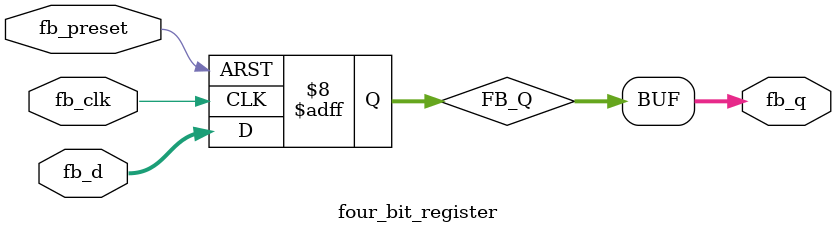
<source format=v>
/*
//build a single bit D-type flipflop 
module singlebit_Dflipflop
(
	input d, clk,		//define input d, clk
	output d_q//, d_qn	//define output d_q, d_qn
);


reg D_Q;
//reg D_QN;
assign d_q = D_Q;  
//assign d_qn = D_QN;

always @(posedge clk)	//define posedege clk as signal
	begin
		D_Q <= d;			//assign data to output q
//		D_QN <= !d;			//qn = !q
	end

endmodule
*/


//create four bit register
module four_bit_register
(
	fb_d, fb_clk, fb_preset, fb_q
);

//use parameters to create register
parameter bitwidth = 4;			//define the bitwidth which improve the flexibility to expand it to 8bit or more bits
parameter stu_num = 4'b0000;	//initialise student number 

//define input and output
input [bitwidth-1:0] fb_d; 			//define data input which consists of 4 bit binary numbers
input fb_clk, fb_preset;				//define clock and preset button
output [bitwidth-1:0] fb_q;			//define data output

integer i = 0;						//set a integer for 'for' loop

reg [bitwidth-1:0] FB_Q;

//use single bit D-type flipflop to transmit data separately 
always @(posedge fb_clk, posedge fb_preset)
	begin
		if (fb_preset == 1'b1)
			FB_Q <= stu_num;
		else
		// 'for' loop to create 4 bit register
			begin
				for (i = 0; i < bitwidth; i = i + 1)
					begin
						FB_Q[i] <= fb_d[i];		//transfer single bit number
					end
			end
	end

assign fb_q = FB_Q;	

endmodule


 
</source>
